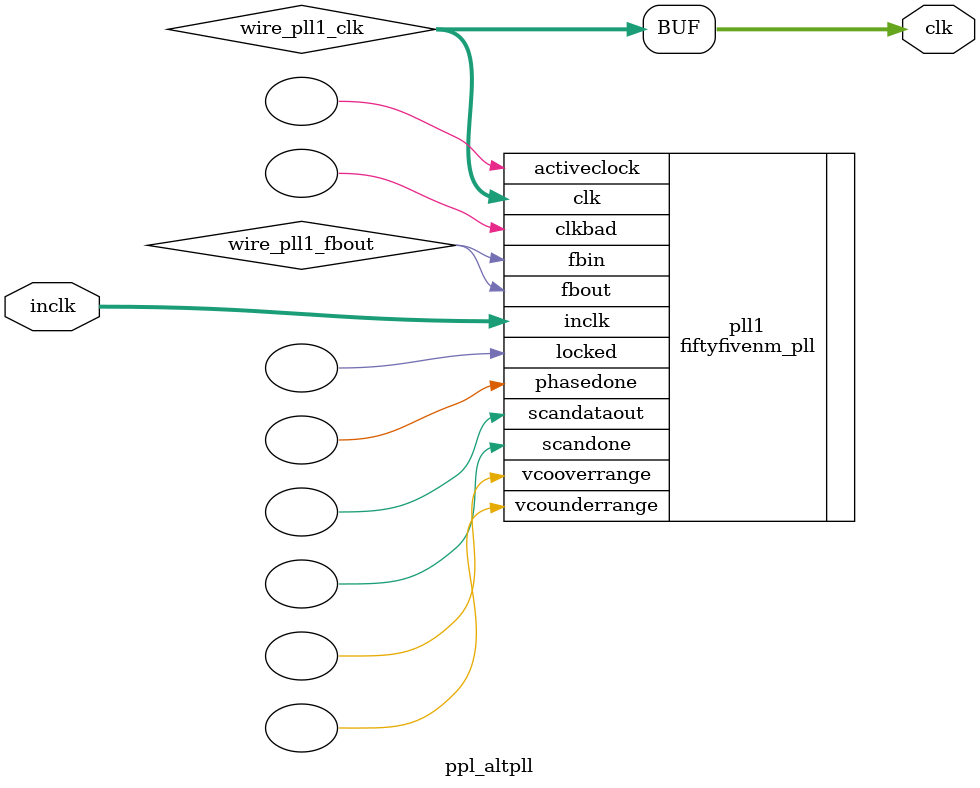
<source format=v>






//synthesis_resources = fiftyfivenm_pll 1 
//synopsys translate_off
`timescale 1 ps / 1 ps
//synopsys translate_on
module  ppl_altpll
	( 
	clk,
	inclk) /* synthesis synthesis_clearbox=1 */;
	output   [4:0]  clk;
	input   [1:0]  inclk;
`ifndef ALTERA_RESERVED_QIS
// synopsys translate_off
`endif
	tri0   [1:0]  inclk;
`ifndef ALTERA_RESERVED_QIS
// synopsys translate_on
`endif

	wire  [4:0]   wire_pll1_clk;
	wire  wire_pll1_fbout;

	fiftyfivenm_pll   pll1
	( 
	.activeclock(),
	.clk(wire_pll1_clk),
	.clkbad(),
	.fbin(wire_pll1_fbout),
	.fbout(wire_pll1_fbout),
	.inclk(inclk),
	.locked(),
	.phasedone(),
	.scandataout(),
	.scandone(),
	.vcooverrange(),
	.vcounderrange()
	`ifndef FORMAL_VERIFICATION
	// synopsys translate_off
	`endif
	,
	.areset(1'b0),
	.clkswitch(1'b0),
	.configupdate(1'b0),
	.pfdena(1'b1),
	.phasecounterselect({3{1'b0}}),
	.phasestep(1'b0),
	.phaseupdown(1'b0),
	.scanclk(1'b0),
	.scanclkena(1'b1),
	.scandata(1'b0)
	`ifndef FORMAL_VERIFICATION
	// synopsys translate_on
	`endif
	);
	defparam
		pll1.bandwidth_type = "auto",
		pll1.clk0_divide_by = 1,
		pll1.clk0_duty_cycle = 50,
		pll1.clk0_multiply_by = 1,
		pll1.clk0_phase_shift = "0",
		pll1.clk1_divide_by = 10,
		pll1.clk1_duty_cycle = 50,
		pll1.clk1_multiply_by = 29,
		pll1.clk1_phase_shift = "0",
		pll1.compensate_clock = "clk0",
		pll1.inclk0_input_frequency = 83333,
		pll1.operation_mode = "normal",
		pll1.pll_type = "auto",
		pll1.lpm_type = "fiftyfivenm_pll";
	assign
		clk = {wire_pll1_clk[4:0]};
endmodule //ppl_altpll
//VALID FILE

</source>
